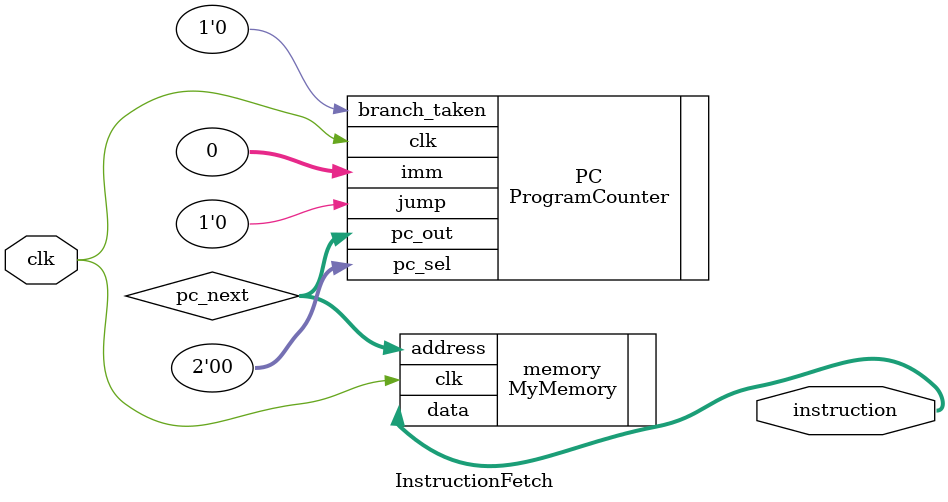
<source format=sv>
module InstructionFetch(
    input bit clk,            
    output bit [31:0] instruction 
);

    bit [31:0] pc_next;  

    ProgramCounter PC (
        .clk(clk),
        .pc_sel(2'b00),      
        .imm(32'h0),         
        .branch_taken(1'b0), 
        .jump(1'b0),         
        .pc_out(pc_next)     
    );


    MyMemory memory (
       .clk(clk),
       .address(pc_next),
       .data(instruction)
    );

endmodule

</source>
